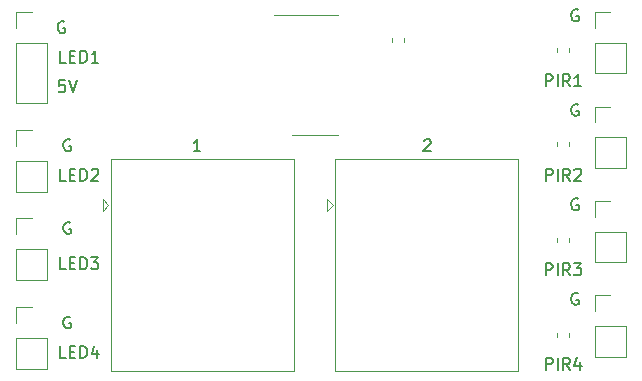
<source format=gbr>
G04 #@! TF.GenerationSoftware,KiCad,Pcbnew,5.1.5-52549c5~84~ubuntu18.04.1*
G04 #@! TF.CreationDate,2020-03-03T19:20:35-07:00*
G04 #@! TF.ProjectId,transmitter-test,7472616e-736d-4697-9474-65722d746573,rev?*
G04 #@! TF.SameCoordinates,Original*
G04 #@! TF.FileFunction,Legend,Top*
G04 #@! TF.FilePolarity,Positive*
%FSLAX46Y46*%
G04 Gerber Fmt 4.6, Leading zero omitted, Abs format (unit mm)*
G04 Created by KiCad (PCBNEW 5.1.5-52549c5~84~ubuntu18.04.1) date 2020-03-03 19:20:35*
%MOMM*%
%LPD*%
G04 APERTURE LIST*
%ADD10C,0.150000*%
%ADD11C,0.120000*%
G04 APERTURE END LIST*
D10*
X131523809Y-96952380D02*
X131523809Y-95952380D01*
X131904761Y-95952380D01*
X132000000Y-96000000D01*
X132047619Y-96047619D01*
X132095238Y-96142857D01*
X132095238Y-96285714D01*
X132047619Y-96380952D01*
X132000000Y-96428571D01*
X131904761Y-96476190D01*
X131523809Y-96476190D01*
X132523809Y-96952380D02*
X132523809Y-95952380D01*
X133571428Y-96952380D02*
X133238095Y-96476190D01*
X133000000Y-96952380D02*
X133000000Y-95952380D01*
X133380952Y-95952380D01*
X133476190Y-96000000D01*
X133523809Y-96047619D01*
X133571428Y-96142857D01*
X133571428Y-96285714D01*
X133523809Y-96380952D01*
X133476190Y-96428571D01*
X133380952Y-96476190D01*
X133000000Y-96476190D01*
X134428571Y-96285714D02*
X134428571Y-96952380D01*
X134190476Y-95904761D02*
X133952380Y-96619047D01*
X134571428Y-96619047D01*
X131523809Y-88952380D02*
X131523809Y-87952380D01*
X131904761Y-87952380D01*
X132000000Y-88000000D01*
X132047619Y-88047619D01*
X132095238Y-88142857D01*
X132095238Y-88285714D01*
X132047619Y-88380952D01*
X132000000Y-88428571D01*
X131904761Y-88476190D01*
X131523809Y-88476190D01*
X132523809Y-88952380D02*
X132523809Y-87952380D01*
X133571428Y-88952380D02*
X133238095Y-88476190D01*
X133000000Y-88952380D02*
X133000000Y-87952380D01*
X133380952Y-87952380D01*
X133476190Y-88000000D01*
X133523809Y-88047619D01*
X133571428Y-88142857D01*
X133571428Y-88285714D01*
X133523809Y-88380952D01*
X133476190Y-88428571D01*
X133380952Y-88476190D01*
X133000000Y-88476190D01*
X133904761Y-87952380D02*
X134523809Y-87952380D01*
X134190476Y-88333333D01*
X134333333Y-88333333D01*
X134428571Y-88380952D01*
X134476190Y-88428571D01*
X134523809Y-88523809D01*
X134523809Y-88761904D01*
X134476190Y-88857142D01*
X134428571Y-88904761D01*
X134333333Y-88952380D01*
X134047619Y-88952380D01*
X133952380Y-88904761D01*
X133904761Y-88857142D01*
X131523809Y-80952380D02*
X131523809Y-79952380D01*
X131904761Y-79952380D01*
X132000000Y-80000000D01*
X132047619Y-80047619D01*
X132095238Y-80142857D01*
X132095238Y-80285714D01*
X132047619Y-80380952D01*
X132000000Y-80428571D01*
X131904761Y-80476190D01*
X131523809Y-80476190D01*
X132523809Y-80952380D02*
X132523809Y-79952380D01*
X133571428Y-80952380D02*
X133238095Y-80476190D01*
X133000000Y-80952380D02*
X133000000Y-79952380D01*
X133380952Y-79952380D01*
X133476190Y-80000000D01*
X133523809Y-80047619D01*
X133571428Y-80142857D01*
X133571428Y-80285714D01*
X133523809Y-80380952D01*
X133476190Y-80428571D01*
X133380952Y-80476190D01*
X133000000Y-80476190D01*
X133952380Y-80047619D02*
X134000000Y-80000000D01*
X134095238Y-79952380D01*
X134333333Y-79952380D01*
X134428571Y-80000000D01*
X134476190Y-80047619D01*
X134523809Y-80142857D01*
X134523809Y-80238095D01*
X134476190Y-80380952D01*
X133904761Y-80952380D01*
X134523809Y-80952380D01*
X131523809Y-72952380D02*
X131523809Y-71952380D01*
X131904761Y-71952380D01*
X132000000Y-72000000D01*
X132047619Y-72047619D01*
X132095238Y-72142857D01*
X132095238Y-72285714D01*
X132047619Y-72380952D01*
X132000000Y-72428571D01*
X131904761Y-72476190D01*
X131523809Y-72476190D01*
X132523809Y-72952380D02*
X132523809Y-71952380D01*
X133571428Y-72952380D02*
X133238095Y-72476190D01*
X133000000Y-72952380D02*
X133000000Y-71952380D01*
X133380952Y-71952380D01*
X133476190Y-72000000D01*
X133523809Y-72047619D01*
X133571428Y-72142857D01*
X133571428Y-72285714D01*
X133523809Y-72380952D01*
X133476190Y-72428571D01*
X133380952Y-72476190D01*
X133000000Y-72476190D01*
X134523809Y-72952380D02*
X133952380Y-72952380D01*
X134238095Y-72952380D02*
X134238095Y-71952380D01*
X134142857Y-72095238D01*
X134047619Y-72190476D01*
X133952380Y-72238095D01*
X121214285Y-77547619D02*
X121261904Y-77500000D01*
X121357142Y-77452380D01*
X121595238Y-77452380D01*
X121690476Y-77500000D01*
X121738095Y-77547619D01*
X121785714Y-77642857D01*
X121785714Y-77738095D01*
X121738095Y-77880952D01*
X121166666Y-78452380D01*
X121785714Y-78452380D01*
X102285714Y-78452380D02*
X101714285Y-78452380D01*
X102000000Y-78452380D02*
X102000000Y-77452380D01*
X101904761Y-77595238D01*
X101809523Y-77690476D01*
X101714285Y-77738095D01*
X90880952Y-95952380D02*
X90404761Y-95952380D01*
X90404761Y-94952380D01*
X91214285Y-95428571D02*
X91547619Y-95428571D01*
X91690476Y-95952380D02*
X91214285Y-95952380D01*
X91214285Y-94952380D01*
X91690476Y-94952380D01*
X92119047Y-95952380D02*
X92119047Y-94952380D01*
X92357142Y-94952380D01*
X92500000Y-95000000D01*
X92595238Y-95095238D01*
X92642857Y-95190476D01*
X92690476Y-95380952D01*
X92690476Y-95523809D01*
X92642857Y-95714285D01*
X92595238Y-95809523D01*
X92500000Y-95904761D01*
X92357142Y-95952380D01*
X92119047Y-95952380D01*
X93547619Y-95285714D02*
X93547619Y-95952380D01*
X93309523Y-94904761D02*
X93071428Y-95619047D01*
X93690476Y-95619047D01*
X90880952Y-88452380D02*
X90404761Y-88452380D01*
X90404761Y-87452380D01*
X91214285Y-87928571D02*
X91547619Y-87928571D01*
X91690476Y-88452380D02*
X91214285Y-88452380D01*
X91214285Y-87452380D01*
X91690476Y-87452380D01*
X92119047Y-88452380D02*
X92119047Y-87452380D01*
X92357142Y-87452380D01*
X92500000Y-87500000D01*
X92595238Y-87595238D01*
X92642857Y-87690476D01*
X92690476Y-87880952D01*
X92690476Y-88023809D01*
X92642857Y-88214285D01*
X92595238Y-88309523D01*
X92500000Y-88404761D01*
X92357142Y-88452380D01*
X92119047Y-88452380D01*
X93023809Y-87452380D02*
X93642857Y-87452380D01*
X93309523Y-87833333D01*
X93452380Y-87833333D01*
X93547619Y-87880952D01*
X93595238Y-87928571D01*
X93642857Y-88023809D01*
X93642857Y-88261904D01*
X93595238Y-88357142D01*
X93547619Y-88404761D01*
X93452380Y-88452380D01*
X93166666Y-88452380D01*
X93071428Y-88404761D01*
X93023809Y-88357142D01*
X90880952Y-80952380D02*
X90404761Y-80952380D01*
X90404761Y-79952380D01*
X91214285Y-80428571D02*
X91547619Y-80428571D01*
X91690476Y-80952380D02*
X91214285Y-80952380D01*
X91214285Y-79952380D01*
X91690476Y-79952380D01*
X92119047Y-80952380D02*
X92119047Y-79952380D01*
X92357142Y-79952380D01*
X92500000Y-80000000D01*
X92595238Y-80095238D01*
X92642857Y-80190476D01*
X92690476Y-80380952D01*
X92690476Y-80523809D01*
X92642857Y-80714285D01*
X92595238Y-80809523D01*
X92500000Y-80904761D01*
X92357142Y-80952380D01*
X92119047Y-80952380D01*
X93071428Y-80047619D02*
X93119047Y-80000000D01*
X93214285Y-79952380D01*
X93452380Y-79952380D01*
X93547619Y-80000000D01*
X93595238Y-80047619D01*
X93642857Y-80142857D01*
X93642857Y-80238095D01*
X93595238Y-80380952D01*
X93023809Y-80952380D01*
X93642857Y-80952380D01*
X90880952Y-70952380D02*
X90404761Y-70952380D01*
X90404761Y-69952380D01*
X91214285Y-70428571D02*
X91547619Y-70428571D01*
X91690476Y-70952380D02*
X91214285Y-70952380D01*
X91214285Y-69952380D01*
X91690476Y-69952380D01*
X92119047Y-70952380D02*
X92119047Y-69952380D01*
X92357142Y-69952380D01*
X92500000Y-70000000D01*
X92595238Y-70095238D01*
X92642857Y-70190476D01*
X92690476Y-70380952D01*
X92690476Y-70523809D01*
X92642857Y-70714285D01*
X92595238Y-70809523D01*
X92500000Y-70904761D01*
X92357142Y-70952380D01*
X92119047Y-70952380D01*
X93642857Y-70952380D02*
X93071428Y-70952380D01*
X93357142Y-70952380D02*
X93357142Y-69952380D01*
X93261904Y-70095238D01*
X93166666Y-70190476D01*
X93071428Y-70238095D01*
X90809523Y-72452380D02*
X90333333Y-72452380D01*
X90285714Y-72928571D01*
X90333333Y-72880952D01*
X90428571Y-72833333D01*
X90666666Y-72833333D01*
X90761904Y-72880952D01*
X90809523Y-72928571D01*
X90857142Y-73023809D01*
X90857142Y-73261904D01*
X90809523Y-73357142D01*
X90761904Y-73404761D01*
X90666666Y-73452380D01*
X90428571Y-73452380D01*
X90333333Y-73404761D01*
X90285714Y-73357142D01*
X91142857Y-72452380D02*
X91476190Y-73452380D01*
X91809523Y-72452380D01*
X134261904Y-90500000D02*
X134166666Y-90452380D01*
X134023809Y-90452380D01*
X133880952Y-90500000D01*
X133785714Y-90595238D01*
X133738095Y-90690476D01*
X133690476Y-90880952D01*
X133690476Y-91023809D01*
X133738095Y-91214285D01*
X133785714Y-91309523D01*
X133880952Y-91404761D01*
X134023809Y-91452380D01*
X134119047Y-91452380D01*
X134261904Y-91404761D01*
X134309523Y-91357142D01*
X134309523Y-91023809D01*
X134119047Y-91023809D01*
X134261904Y-82500000D02*
X134166666Y-82452380D01*
X134023809Y-82452380D01*
X133880952Y-82500000D01*
X133785714Y-82595238D01*
X133738095Y-82690476D01*
X133690476Y-82880952D01*
X133690476Y-83023809D01*
X133738095Y-83214285D01*
X133785714Y-83309523D01*
X133880952Y-83404761D01*
X134023809Y-83452380D01*
X134119047Y-83452380D01*
X134261904Y-83404761D01*
X134309523Y-83357142D01*
X134309523Y-83023809D01*
X134119047Y-83023809D01*
X134261904Y-74500000D02*
X134166666Y-74452380D01*
X134023809Y-74452380D01*
X133880952Y-74500000D01*
X133785714Y-74595238D01*
X133738095Y-74690476D01*
X133690476Y-74880952D01*
X133690476Y-75023809D01*
X133738095Y-75214285D01*
X133785714Y-75309523D01*
X133880952Y-75404761D01*
X134023809Y-75452380D01*
X134119047Y-75452380D01*
X134261904Y-75404761D01*
X134309523Y-75357142D01*
X134309523Y-75023809D01*
X134119047Y-75023809D01*
X134261904Y-66500000D02*
X134166666Y-66452380D01*
X134023809Y-66452380D01*
X133880952Y-66500000D01*
X133785714Y-66595238D01*
X133738095Y-66690476D01*
X133690476Y-66880952D01*
X133690476Y-67023809D01*
X133738095Y-67214285D01*
X133785714Y-67309523D01*
X133880952Y-67404761D01*
X134023809Y-67452380D01*
X134119047Y-67452380D01*
X134261904Y-67404761D01*
X134309523Y-67357142D01*
X134309523Y-67023809D01*
X134119047Y-67023809D01*
X91261904Y-92500000D02*
X91166666Y-92452380D01*
X91023809Y-92452380D01*
X90880952Y-92500000D01*
X90785714Y-92595238D01*
X90738095Y-92690476D01*
X90690476Y-92880952D01*
X90690476Y-93023809D01*
X90738095Y-93214285D01*
X90785714Y-93309523D01*
X90880952Y-93404761D01*
X91023809Y-93452380D01*
X91119047Y-93452380D01*
X91261904Y-93404761D01*
X91309523Y-93357142D01*
X91309523Y-93023809D01*
X91119047Y-93023809D01*
X91261904Y-84500000D02*
X91166666Y-84452380D01*
X91023809Y-84452380D01*
X90880952Y-84500000D01*
X90785714Y-84595238D01*
X90738095Y-84690476D01*
X90690476Y-84880952D01*
X90690476Y-85023809D01*
X90738095Y-85214285D01*
X90785714Y-85309523D01*
X90880952Y-85404761D01*
X91023809Y-85452380D01*
X91119047Y-85452380D01*
X91261904Y-85404761D01*
X91309523Y-85357142D01*
X91309523Y-85023809D01*
X91119047Y-85023809D01*
X91261904Y-77500000D02*
X91166666Y-77452380D01*
X91023809Y-77452380D01*
X90880952Y-77500000D01*
X90785714Y-77595238D01*
X90738095Y-77690476D01*
X90690476Y-77880952D01*
X90690476Y-78023809D01*
X90738095Y-78214285D01*
X90785714Y-78309523D01*
X90880952Y-78404761D01*
X91023809Y-78452380D01*
X91119047Y-78452380D01*
X91261904Y-78404761D01*
X91309523Y-78357142D01*
X91309523Y-78023809D01*
X91119047Y-78023809D01*
X90761904Y-67500000D02*
X90666666Y-67452380D01*
X90523809Y-67452380D01*
X90380952Y-67500000D01*
X90285714Y-67595238D01*
X90238095Y-67690476D01*
X90190476Y-67880952D01*
X90190476Y-68023809D01*
X90238095Y-68214285D01*
X90285714Y-68309523D01*
X90380952Y-68404761D01*
X90523809Y-68452380D01*
X90619047Y-68452380D01*
X90761904Y-68404761D01*
X90809523Y-68357142D01*
X90809523Y-68023809D01*
X90619047Y-68023809D01*
D11*
X112000000Y-66940000D02*
X108550000Y-66940000D01*
X112000000Y-66940000D02*
X113950000Y-66940000D01*
X112000000Y-77060000D02*
X110050000Y-77060000D01*
X112000000Y-77060000D02*
X113950000Y-77060000D01*
X135670000Y-90670000D02*
X137000000Y-90670000D01*
X135670000Y-92000000D02*
X135670000Y-90670000D01*
X135670000Y-93270000D02*
X138330000Y-93270000D01*
X138330000Y-93270000D02*
X138330000Y-95870000D01*
X135670000Y-93270000D02*
X135670000Y-95870000D01*
X135670000Y-95870000D02*
X138330000Y-95870000D01*
X135670000Y-82670000D02*
X137000000Y-82670000D01*
X135670000Y-84000000D02*
X135670000Y-82670000D01*
X135670000Y-85270000D02*
X138330000Y-85270000D01*
X138330000Y-85270000D02*
X138330000Y-87870000D01*
X135670000Y-85270000D02*
X135670000Y-87870000D01*
X135670000Y-87870000D02*
X138330000Y-87870000D01*
X135670000Y-74670000D02*
X137000000Y-74670000D01*
X135670000Y-76000000D02*
X135670000Y-74670000D01*
X135670000Y-77270000D02*
X138330000Y-77270000D01*
X138330000Y-77270000D02*
X138330000Y-79870000D01*
X135670000Y-77270000D02*
X135670000Y-79870000D01*
X135670000Y-79870000D02*
X138330000Y-79870000D01*
X135670000Y-66670000D02*
X137000000Y-66670000D01*
X135670000Y-68000000D02*
X135670000Y-66670000D01*
X135670000Y-69270000D02*
X138330000Y-69270000D01*
X138330000Y-69270000D02*
X138330000Y-71870000D01*
X135670000Y-69270000D02*
X135670000Y-71870000D01*
X135670000Y-71870000D02*
X138330000Y-71870000D01*
X113685000Y-79120000D02*
X113685000Y-97080000D01*
X129205000Y-79120000D02*
X113685000Y-79120000D01*
X129205000Y-79120000D02*
X129205000Y-97080000D01*
X113685000Y-97080000D02*
X129205000Y-97080000D01*
X113500000Y-83000000D02*
X113000000Y-82500000D01*
X113000000Y-82500000D02*
X113000000Y-83500000D01*
X113000000Y-83500000D02*
X113500000Y-83000000D01*
X94685000Y-79120000D02*
X94685000Y-97080000D01*
X110205000Y-79120000D02*
X94685000Y-79120000D01*
X110205000Y-79120000D02*
X110205000Y-97080000D01*
X94685000Y-97080000D02*
X110205000Y-97080000D01*
X94500000Y-83000000D02*
X94000000Y-82500000D01*
X94000000Y-82500000D02*
X94000000Y-83500000D01*
X94000000Y-83500000D02*
X94500000Y-83000000D01*
X86670000Y-91670000D02*
X88000000Y-91670000D01*
X86670000Y-93000000D02*
X86670000Y-91670000D01*
X86670000Y-94270000D02*
X89330000Y-94270000D01*
X89330000Y-94270000D02*
X89330000Y-96870000D01*
X86670000Y-94270000D02*
X86670000Y-96870000D01*
X86670000Y-96870000D02*
X89330000Y-96870000D01*
X86670000Y-84130000D02*
X88000000Y-84130000D01*
X86670000Y-85460000D02*
X86670000Y-84130000D01*
X86670000Y-86730000D02*
X89330000Y-86730000D01*
X89330000Y-86730000D02*
X89330000Y-89330000D01*
X86670000Y-86730000D02*
X86670000Y-89330000D01*
X86670000Y-89330000D02*
X89330000Y-89330000D01*
X86670000Y-76670000D02*
X88000000Y-76670000D01*
X86670000Y-78000000D02*
X86670000Y-76670000D01*
X86670000Y-79270000D02*
X89330000Y-79270000D01*
X89330000Y-79270000D02*
X89330000Y-81870000D01*
X86670000Y-79270000D02*
X86670000Y-81870000D01*
X86670000Y-81870000D02*
X89330000Y-81870000D01*
X86670000Y-66670000D02*
X88000000Y-66670000D01*
X86670000Y-68000000D02*
X86670000Y-66670000D01*
X86670000Y-69270000D02*
X89330000Y-69270000D01*
X89330000Y-69270000D02*
X89330000Y-74410000D01*
X86670000Y-69270000D02*
X86670000Y-74410000D01*
X86670000Y-74410000D02*
X89330000Y-74410000D01*
X133510000Y-94171267D02*
X133510000Y-93828733D01*
X132490000Y-94171267D02*
X132490000Y-93828733D01*
X133510000Y-86171267D02*
X133510000Y-85828733D01*
X132490000Y-86171267D02*
X132490000Y-85828733D01*
X133510000Y-78046267D02*
X133510000Y-77703733D01*
X132490000Y-78046267D02*
X132490000Y-77703733D01*
X133510000Y-70046267D02*
X133510000Y-69703733D01*
X132490000Y-70046267D02*
X132490000Y-69703733D01*
X118490000Y-68828733D02*
X118490000Y-69171267D01*
X119510000Y-68828733D02*
X119510000Y-69171267D01*
M02*

</source>
